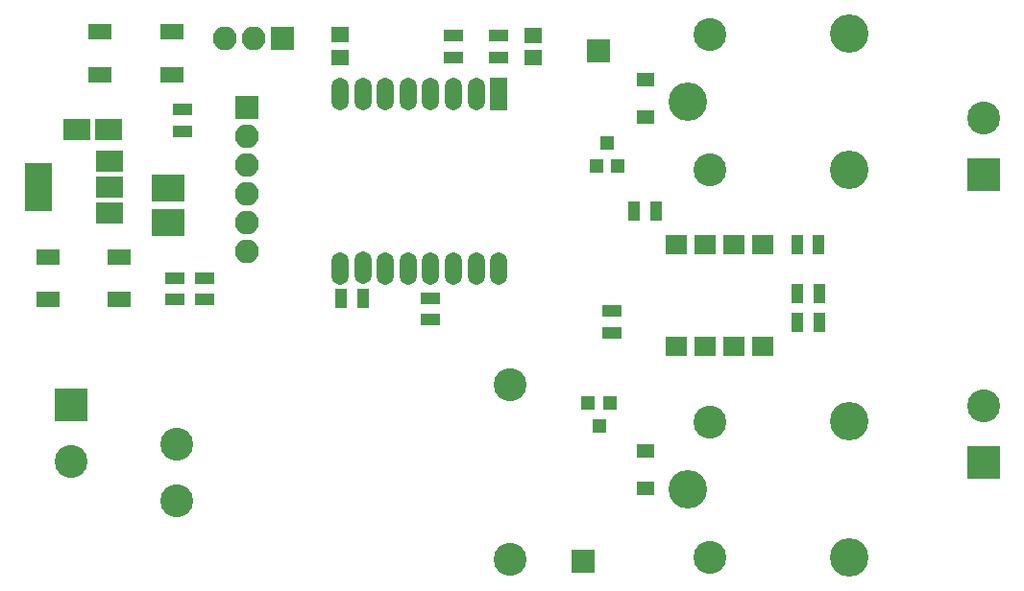
<source format=gts>
G04 #@! TF.GenerationSoftware,KiCad,Pcbnew,(2017-04-22 revision b38541345)-makepkg*
G04 #@! TF.CreationDate,2017-06-22T14:02:38-07:00*
G04 #@! TF.ProjectId,WifiRelay,5769666952656C61792E6B696361645F,rev?*
G04 #@! TF.FileFunction,Soldermask,Top*
G04 #@! TF.FilePolarity,Negative*
%FSLAX46Y46*%
G04 Gerber Fmt 4.6, Leading zero omitted, Abs format (unit mm)*
G04 Created by KiCad (PCBNEW (2017-04-22 revision b38541345)-makepkg) date 06/22/17 14:02:38*
%MOMM*%
%LPD*%
G01*
G04 APERTURE LIST*
%ADD10C,0.100000*%
%ADD11R,2.900000X2.900000*%
%ADD12C,2.900000*%
%ADD13R,1.650000X1.400000*%
%ADD14R,2.100000X2.100000*%
%ADD15O,2.100000X2.100000*%
%ADD16R,1.700000X1.100000*%
%ADD17R,1.100000X1.700000*%
%ADD18R,1.600000X1.300000*%
%ADD19R,1.200000X1.300000*%
%ADD20R,2.350000X1.900000*%
%ADD21R,1.500000X2.900000*%
%ADD22O,1.500000X2.900000*%
%ADD23R,2.900000X2.350000*%
%ADD24C,3.400000*%
%ADD25R,2.400000X1.900000*%
%ADD26R,2.400000X4.200000*%
%ADD27R,1.900000X1.700000*%
%ADD28R,2.100000X1.400000*%
G04 APERTURE END LIST*
D10*
D11*
X146045600Y-116348000D03*
D12*
X146045600Y-111348000D03*
D13*
X89356180Y-78637380D03*
X89356180Y-80637380D03*
D11*
X65665600Y-111268000D03*
D12*
X65665600Y-116268000D03*
D14*
X81159600Y-85004400D03*
D15*
X81159600Y-87544400D03*
X81159600Y-90084400D03*
X81159600Y-92624400D03*
X81159600Y-95164400D03*
X81159600Y-97704400D03*
D11*
X146045600Y-90948000D03*
D12*
X146045600Y-85948000D03*
D16*
X99312980Y-78715320D03*
X99312980Y-80615320D03*
X103267760Y-78702620D03*
X103267760Y-80602620D03*
D17*
X91348600Y-101854000D03*
X89448600Y-101854000D03*
D16*
X77425800Y-102007200D03*
X77425800Y-100107200D03*
X113282980Y-103012960D03*
X113282980Y-104912960D03*
X97331780Y-103764880D03*
X97331780Y-101864880D03*
D17*
X129640500Y-101486460D03*
X131540500Y-101486460D03*
X129668480Y-103988360D03*
X131568480Y-103988360D03*
X115279380Y-94191580D03*
X117179380Y-94191580D03*
X131522760Y-97173540D03*
X129622760Y-97173540D03*
D18*
X116272560Y-85886320D03*
X116272560Y-82586320D03*
X116272560Y-118660940D03*
X116272560Y-115360940D03*
D19*
X111903720Y-90210640D03*
X113803720Y-90210640D03*
X112853720Y-88210640D03*
X113115420Y-111153700D03*
X111215420Y-111153700D03*
X112165420Y-113153700D03*
D20*
X68913600Y-86995000D03*
X66163600Y-86995000D03*
D13*
X106376720Y-80657700D03*
X106376720Y-78657700D03*
D16*
X75444600Y-87122800D03*
X75444600Y-85222800D03*
X74733400Y-102007200D03*
X74733400Y-100107200D03*
D21*
X103333800Y-83847200D03*
D22*
X101333800Y-83847200D03*
X99333800Y-83847200D03*
X97333800Y-83847200D03*
X95333800Y-83847200D03*
X93333800Y-83847200D03*
X91333800Y-83847200D03*
X89333800Y-83847200D03*
X89333800Y-99247200D03*
X91333800Y-99147200D03*
X93333800Y-99247200D03*
X95333800Y-99247200D03*
X97333800Y-99247200D03*
X99333800Y-99247200D03*
X101333800Y-99247200D03*
X103333800Y-99247200D03*
D23*
X74144120Y-95215200D03*
X74144120Y-92165200D03*
D24*
X120020200Y-84514460D03*
D12*
X121970200Y-78564460D03*
D24*
X134220200Y-78514460D03*
X134170200Y-90564460D03*
D12*
X121970200Y-90564460D03*
X121970200Y-124765800D03*
D24*
X134170200Y-124765800D03*
X134220200Y-112715800D03*
D12*
X121970200Y-112765800D03*
D24*
X120020200Y-118715800D03*
D25*
X69012200Y-94375000D03*
X69012200Y-89775000D03*
X69012200Y-92075000D03*
D26*
X62712200Y-92075000D03*
D27*
X118980200Y-97136320D03*
X118980200Y-106136320D03*
X121520200Y-97136320D03*
X121520200Y-106136320D03*
X124060200Y-97136320D03*
X124060200Y-106136320D03*
X126600200Y-97136320D03*
X126600200Y-106136320D03*
D12*
X74925420Y-114731920D03*
X74925420Y-119731920D03*
X104325420Y-109531920D03*
X104325420Y-124931920D03*
D14*
X110788700Y-125111000D03*
D28*
X74499720Y-82152140D03*
X68199720Y-82152140D03*
X74499720Y-78352140D03*
X68199720Y-78352140D03*
X63597640Y-98202160D03*
X69897640Y-98202160D03*
X63597640Y-102002160D03*
X69897640Y-102002160D03*
D14*
X112096800Y-80076800D03*
D15*
X79203800Y-78933800D03*
X81743800Y-78933800D03*
D14*
X84283800Y-78933800D03*
M02*

</source>
